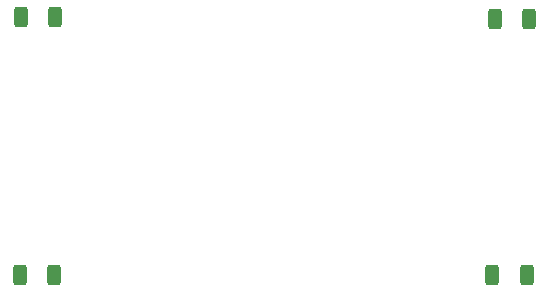
<source format=gbr>
%TF.GenerationSoftware,KiCad,Pcbnew,9.0.1*%
%TF.CreationDate,2025-04-01T19:10:29+10:00*%
%TF.ProjectId,Ir PCB,49722050-4342-42e6-9b69-6361645f7063,rev?*%
%TF.SameCoordinates,Original*%
%TF.FileFunction,Paste,Top*%
%TF.FilePolarity,Positive*%
%FSLAX46Y46*%
G04 Gerber Fmt 4.6, Leading zero omitted, Abs format (unit mm)*
G04 Created by KiCad (PCBNEW 9.0.1) date 2025-04-01 19:10:29*
%MOMM*%
%LPD*%
G01*
G04 APERTURE LIST*
G04 Aperture macros list*
%AMRoundRect*
0 Rectangle with rounded corners*
0 $1 Rounding radius*
0 $2 $3 $4 $5 $6 $7 $8 $9 X,Y pos of 4 corners*
0 Add a 4 corners polygon primitive as box body*
4,1,4,$2,$3,$4,$5,$6,$7,$8,$9,$2,$3,0*
0 Add four circle primitives for the rounded corners*
1,1,$1+$1,$2,$3*
1,1,$1+$1,$4,$5*
1,1,$1+$1,$6,$7*
1,1,$1+$1,$8,$9*
0 Add four rect primitives between the rounded corners*
20,1,$1+$1,$2,$3,$4,$5,0*
20,1,$1+$1,$4,$5,$6,$7,0*
20,1,$1+$1,$6,$7,$8,$9,0*
20,1,$1+$1,$8,$9,$2,$3,0*%
G04 Aperture macros list end*
%ADD10RoundRect,0.250000X-0.312500X-0.625000X0.312500X-0.625000X0.312500X0.625000X-0.312500X0.625000X0*%
%ADD11RoundRect,0.250000X0.312500X0.625000X-0.312500X0.625000X-0.312500X-0.625000X0.312500X-0.625000X0*%
G04 APERTURE END LIST*
D10*
%TO.C,R4*%
X128320000Y-109900000D03*
X131245000Y-109900000D03*
%TD*%
D11*
%TO.C,R2*%
X171470000Y-88210000D03*
X168545000Y-88210000D03*
%TD*%
D10*
%TO.C,R3*%
X128387500Y-88110000D03*
X131312500Y-88110000D03*
%TD*%
D11*
%TO.C,R1*%
X171270000Y-109900000D03*
X168345000Y-109900000D03*
%TD*%
M02*

</source>
